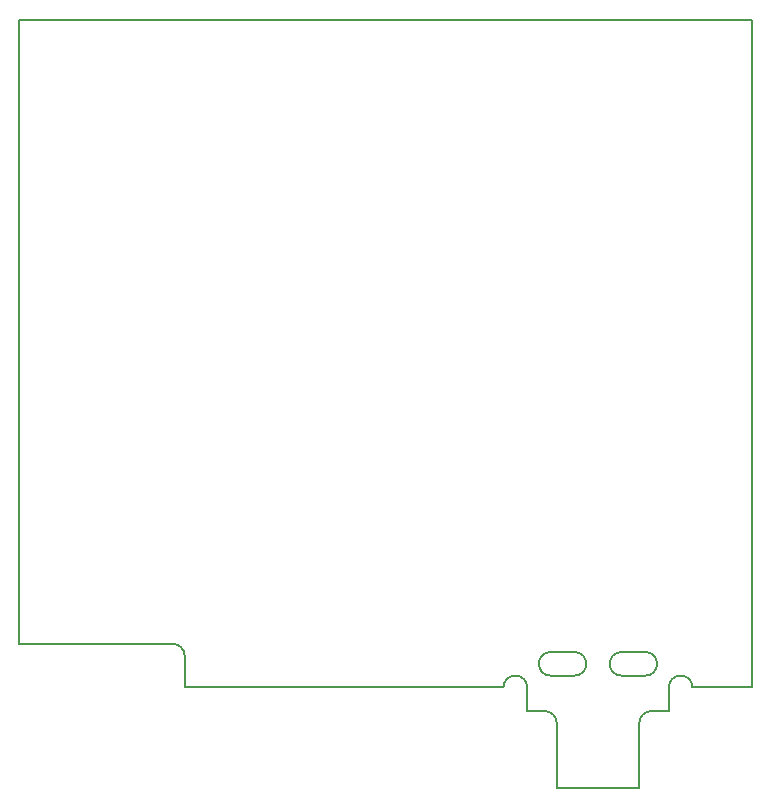
<source format=gbr>
G04 #@! TF.FileFunction,Profile,NP*
%FSLAX46Y46*%
G04 Gerber Fmt 4.6, Leading zero omitted, Abs format (unit mm)*
G04 Created by KiCad (PCBNEW 4.0.7) date 2018 March 10, Saturday 13:23:40*
%MOMM*%
%LPD*%
G01*
G04 APERTURE LIST*
%ADD10C,0.100000*%
%ADD11C,0.150000*%
G04 APERTURE END LIST*
D10*
D11*
X111000000Y-95000000D02*
X113000000Y-95000000D01*
X113000000Y-97000000D02*
X111000000Y-97000000D01*
X117000000Y-97000000D02*
X119000000Y-97000000D01*
X117000000Y-95000000D02*
X119000000Y-95000000D01*
X119000000Y-97000000D02*
G75*
G03X119000000Y-95000000I0J1000000D01*
G01*
X117000000Y-95000000D02*
G75*
G03X117000000Y-97000000I0J-1000000D01*
G01*
X113000000Y-97000000D02*
G75*
G03X113000000Y-95000000I0J1000000D01*
G01*
X111000000Y-95000000D02*
G75*
G03X111000000Y-97000000I0J-1000000D01*
G01*
X80000000Y-98000000D02*
X80000000Y-95300000D01*
X128000000Y-41500000D02*
X128000000Y-98000000D01*
X109000000Y-98000000D02*
G75*
G03X107000000Y-98000000I-1000000J0D01*
G01*
X109000000Y-100000000D02*
X109000000Y-98000000D01*
X109000000Y-100000000D02*
X110500000Y-100000000D01*
X111500000Y-101000000D02*
G75*
G03X110500000Y-100000000I-1000000J0D01*
G01*
X111500000Y-101000000D02*
X111500000Y-106500000D01*
X123000000Y-98000000D02*
G75*
G03X121000000Y-98000000I-1000000J0D01*
G01*
X123000000Y-98000000D02*
X128000000Y-98000000D01*
X121000000Y-100000000D02*
X121000000Y-98000000D01*
X119500000Y-100000000D02*
X121000000Y-100000000D01*
X118500000Y-106500000D02*
X118500000Y-101000000D01*
X119500000Y-100000000D02*
G75*
G03X118500000Y-101000000I0J-1000000D01*
G01*
X118500000Y-106500000D02*
X111500000Y-106500000D01*
X66000000Y-94300000D02*
X79000000Y-94300000D01*
X80000000Y-95300000D02*
G75*
G03X79000000Y-94300000I-1000000J0D01*
G01*
X66000000Y-41500000D02*
X66000000Y-94300000D01*
X128000000Y-41500000D02*
X66000000Y-41500000D01*
X80000000Y-98000000D02*
X107000000Y-98000000D01*
M02*

</source>
